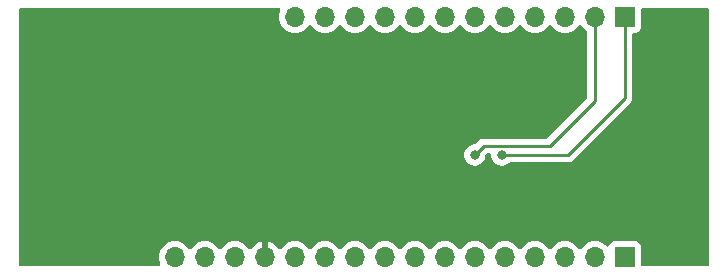
<source format=gbr>
%TF.GenerationSoftware,KiCad,Pcbnew,7.0.6-0*%
%TF.CreationDate,2023-10-22T23:09:20-07:00*%
%TF.ProjectId,esp32_daughtercard,65737033-325f-4646-9175-676874657263,1.0*%
%TF.SameCoordinates,Original*%
%TF.FileFunction,Copper,L2,Bot*%
%TF.FilePolarity,Positive*%
%FSLAX46Y46*%
G04 Gerber Fmt 4.6, Leading zero omitted, Abs format (unit mm)*
G04 Created by KiCad (PCBNEW 7.0.6-0) date 2023-10-22 23:09:20*
%MOMM*%
%LPD*%
G01*
G04 APERTURE LIST*
%TA.AperFunction,ComponentPad*%
%ADD10R,1.700000X1.700000*%
%TD*%
%TA.AperFunction,ComponentPad*%
%ADD11O,1.700000X1.700000*%
%TD*%
%TA.AperFunction,ViaPad*%
%ADD12C,0.800000*%
%TD*%
%TA.AperFunction,Conductor*%
%ADD13C,0.250000*%
%TD*%
G04 APERTURE END LIST*
D10*
%TO.P,J1,1,Pin_1*%
%TO.N,SDA*%
X172974000Y-86614000D03*
D11*
%TO.P,J1,2,Pin_2*%
%TO.N,SCL*%
X170434000Y-86614000D03*
%TO.P,J1,3,Pin_3*%
%TO.N,GPIO14*%
X167894000Y-86614000D03*
%TO.P,J1,4,Pin_4*%
%TO.N,GPIO32*%
X165354000Y-86614000D03*
%TO.P,J1,5,Pin_5*%
%TO.N,GPIO15*%
X162814000Y-86614000D03*
%TO.P,J1,6,Pin_6*%
%TO.N,GPIO33*%
X160274000Y-86614000D03*
%TO.P,J1,7,Pin_7*%
%TO.N,GPIO27*%
X157734000Y-86614000D03*
%TO.P,J1,8,Pin_8*%
%TO.N,GPIO12*%
X155194000Y-86614000D03*
%TO.P,J1,9,Pin_9*%
%TO.N,LED*%
X152654000Y-86614000D03*
%TO.P,J1,10,Pin_10*%
%TO.N,VUSB*%
X150114000Y-86614000D03*
%TO.P,J1,11,Pin_11*%
%TO.N,EN*%
X147574000Y-86614000D03*
%TO.P,J1,12,Pin_12*%
%TO.N,VBAT*%
X145034000Y-86614000D03*
%TD*%
D10*
%TO.P,J2,1,Pin_1*%
%TO.N,GPIO04*%
X172974000Y-106934000D03*
D11*
%TO.P,J2,2,Pin_2*%
%TO.N,TX*%
X170434000Y-106934000D03*
%TO.P,J2,3,Pin_3*%
%TO.N,RX*%
X167894000Y-106934000D03*
%TO.P,J2,4,Pin_4*%
%TO.N,POCI*%
X165354000Y-106934000D03*
%TO.P,J2,5,Pin_5*%
%TO.N,PICO*%
X162814000Y-106934000D03*
%TO.P,J2,6,Pin_6*%
%TO.N,SCK*%
X160274000Y-106934000D03*
%TO.P,J2,7,Pin_7*%
%TO.N,A5*%
X157734000Y-106934000D03*
%TO.P,J2,8,Pin_8*%
%TO.N,A4*%
X155194000Y-106934000D03*
%TO.P,J2,9,Pin_9*%
%TO.N,A3*%
X152654000Y-106934000D03*
%TO.P,J2,10,Pin_10*%
%TO.N,A2*%
X150114000Y-106934000D03*
%TO.P,J2,11,Pin_11*%
%TO.N,A1*%
X147574000Y-106934000D03*
%TO.P,J2,12,Pin_12*%
%TO.N,A0*%
X145034000Y-106934000D03*
%TO.P,J2,13,Pin_13*%
%TO.N,GND*%
X142494000Y-106934000D03*
%TO.P,J2,14,Pin_14*%
%TO.N,unconnected-(J2-Pin_14-Pad14)*%
X139954000Y-106934000D03*
%TO.P,J2,15,Pin_15*%
%TO.N,+3.3V*%
X137414000Y-106934000D03*
%TO.P,J2,16,Pin_16*%
%TO.N,RESET*%
X134874000Y-106934000D03*
%TD*%
D12*
%TO.N,GND*%
X163068000Y-92202000D03*
X156210000Y-92202000D03*
X156210000Y-99822000D03*
%TO.N,SCL*%
X160274000Y-98298000D03*
%TO.N,SDA*%
X162560000Y-98298000D03*
%TD*%
D13*
%TO.N,SCL*%
X170434000Y-93726000D02*
X166624000Y-97536000D01*
X166624000Y-97536000D02*
X161036000Y-97536000D01*
X161036000Y-97536000D02*
X160274000Y-98298000D01*
X170434000Y-86614000D02*
X170434000Y-93726000D01*
%TO.N,SDA*%
X162560000Y-98298000D02*
X168148000Y-98298000D01*
X172974000Y-93472000D02*
X172974000Y-86614000D01*
X168148000Y-98298000D02*
X172974000Y-93472000D01*
%TD*%
%TA.AperFunction,Conductor*%
%TO.N,GND*%
G36*
X143771612Y-85871685D02*
G01*
X143817367Y-85924489D01*
X143827311Y-85993647D01*
X143816955Y-86028405D01*
X143760098Y-86150335D01*
X143760094Y-86150344D01*
X143698938Y-86378586D01*
X143698936Y-86378596D01*
X143678341Y-86613999D01*
X143678341Y-86614000D01*
X143698936Y-86849403D01*
X143698938Y-86849413D01*
X143760094Y-87077655D01*
X143760096Y-87077659D01*
X143760097Y-87077663D01*
X143764000Y-87086032D01*
X143859965Y-87291830D01*
X143859967Y-87291834D01*
X143968281Y-87446521D01*
X143995505Y-87485401D01*
X144162599Y-87652495D01*
X144259384Y-87720265D01*
X144356165Y-87788032D01*
X144356167Y-87788033D01*
X144356170Y-87788035D01*
X144570337Y-87887903D01*
X144570343Y-87887904D01*
X144570344Y-87887905D01*
X144625285Y-87902626D01*
X144798592Y-87949063D01*
X144975034Y-87964500D01*
X145033999Y-87969659D01*
X145034000Y-87969659D01*
X145034001Y-87969659D01*
X145092966Y-87964500D01*
X145269408Y-87949063D01*
X145497663Y-87887903D01*
X145711830Y-87788035D01*
X145905401Y-87652495D01*
X146072495Y-87485401D01*
X146202424Y-87299842D01*
X146257002Y-87256217D01*
X146326500Y-87249023D01*
X146388855Y-87280546D01*
X146405575Y-87299842D01*
X146535500Y-87485395D01*
X146535505Y-87485401D01*
X146702599Y-87652495D01*
X146799384Y-87720265D01*
X146896165Y-87788032D01*
X146896167Y-87788033D01*
X146896170Y-87788035D01*
X147110337Y-87887903D01*
X147110343Y-87887904D01*
X147110344Y-87887905D01*
X147165285Y-87902626D01*
X147338592Y-87949063D01*
X147515034Y-87964500D01*
X147573999Y-87969659D01*
X147574000Y-87969659D01*
X147574001Y-87969659D01*
X147632966Y-87964500D01*
X147809408Y-87949063D01*
X148037663Y-87887903D01*
X148251830Y-87788035D01*
X148445401Y-87652495D01*
X148612495Y-87485401D01*
X148742424Y-87299842D01*
X148797002Y-87256217D01*
X148866500Y-87249023D01*
X148928855Y-87280546D01*
X148945575Y-87299842D01*
X149075500Y-87485395D01*
X149075505Y-87485401D01*
X149242599Y-87652495D01*
X149339384Y-87720265D01*
X149436165Y-87788032D01*
X149436167Y-87788033D01*
X149436170Y-87788035D01*
X149650337Y-87887903D01*
X149650343Y-87887904D01*
X149650344Y-87887905D01*
X149705285Y-87902626D01*
X149878592Y-87949063D01*
X150055034Y-87964500D01*
X150113999Y-87969659D01*
X150114000Y-87969659D01*
X150114001Y-87969659D01*
X150172966Y-87964500D01*
X150349408Y-87949063D01*
X150577663Y-87887903D01*
X150791830Y-87788035D01*
X150985401Y-87652495D01*
X151152495Y-87485401D01*
X151282424Y-87299842D01*
X151337002Y-87256217D01*
X151406500Y-87249023D01*
X151468855Y-87280546D01*
X151485575Y-87299842D01*
X151615500Y-87485395D01*
X151615505Y-87485401D01*
X151782599Y-87652495D01*
X151879384Y-87720265D01*
X151976165Y-87788032D01*
X151976167Y-87788033D01*
X151976170Y-87788035D01*
X152190337Y-87887903D01*
X152190343Y-87887904D01*
X152190344Y-87887905D01*
X152245285Y-87902626D01*
X152418592Y-87949063D01*
X152595034Y-87964500D01*
X152653999Y-87969659D01*
X152654000Y-87969659D01*
X152654001Y-87969659D01*
X152712966Y-87964500D01*
X152889408Y-87949063D01*
X153117663Y-87887903D01*
X153331830Y-87788035D01*
X153525401Y-87652495D01*
X153692495Y-87485401D01*
X153822424Y-87299842D01*
X153877002Y-87256217D01*
X153946500Y-87249023D01*
X154008855Y-87280546D01*
X154025575Y-87299842D01*
X154155500Y-87485395D01*
X154155505Y-87485401D01*
X154322599Y-87652495D01*
X154419384Y-87720265D01*
X154516165Y-87788032D01*
X154516167Y-87788033D01*
X154516170Y-87788035D01*
X154730337Y-87887903D01*
X154730343Y-87887904D01*
X154730344Y-87887905D01*
X154785285Y-87902626D01*
X154958592Y-87949063D01*
X155135034Y-87964500D01*
X155193999Y-87969659D01*
X155194000Y-87969659D01*
X155194001Y-87969659D01*
X155252966Y-87964500D01*
X155429408Y-87949063D01*
X155657663Y-87887903D01*
X155871830Y-87788035D01*
X156065401Y-87652495D01*
X156232495Y-87485401D01*
X156362424Y-87299842D01*
X156417002Y-87256217D01*
X156486500Y-87249023D01*
X156548855Y-87280546D01*
X156565575Y-87299842D01*
X156695500Y-87485395D01*
X156695505Y-87485401D01*
X156862599Y-87652495D01*
X156959384Y-87720264D01*
X157056165Y-87788032D01*
X157056167Y-87788033D01*
X157056170Y-87788035D01*
X157270337Y-87887903D01*
X157270343Y-87887904D01*
X157270344Y-87887905D01*
X157325285Y-87902626D01*
X157498592Y-87949063D01*
X157675034Y-87964500D01*
X157733999Y-87969659D01*
X157734000Y-87969659D01*
X157734001Y-87969659D01*
X157792966Y-87964500D01*
X157969408Y-87949063D01*
X158197663Y-87887903D01*
X158411830Y-87788035D01*
X158605401Y-87652495D01*
X158772495Y-87485401D01*
X158902424Y-87299842D01*
X158957002Y-87256217D01*
X159026500Y-87249023D01*
X159088855Y-87280546D01*
X159105575Y-87299842D01*
X159235500Y-87485395D01*
X159235505Y-87485401D01*
X159402599Y-87652495D01*
X159499384Y-87720264D01*
X159596165Y-87788032D01*
X159596167Y-87788033D01*
X159596170Y-87788035D01*
X159810337Y-87887903D01*
X159810343Y-87887904D01*
X159810344Y-87887905D01*
X159865285Y-87902626D01*
X160038592Y-87949063D01*
X160215034Y-87964500D01*
X160273999Y-87969659D01*
X160274000Y-87969659D01*
X160274001Y-87969659D01*
X160332966Y-87964500D01*
X160509408Y-87949063D01*
X160737663Y-87887903D01*
X160951830Y-87788035D01*
X161145401Y-87652495D01*
X161312495Y-87485401D01*
X161442424Y-87299842D01*
X161497002Y-87256217D01*
X161566500Y-87249023D01*
X161628855Y-87280546D01*
X161645575Y-87299842D01*
X161775500Y-87485395D01*
X161775505Y-87485401D01*
X161942599Y-87652495D01*
X162039384Y-87720264D01*
X162136165Y-87788032D01*
X162136167Y-87788033D01*
X162136170Y-87788035D01*
X162350337Y-87887903D01*
X162350343Y-87887904D01*
X162350344Y-87887905D01*
X162405285Y-87902626D01*
X162578592Y-87949063D01*
X162755034Y-87964500D01*
X162813999Y-87969659D01*
X162814000Y-87969659D01*
X162814001Y-87969659D01*
X162872966Y-87964500D01*
X163049408Y-87949063D01*
X163277663Y-87887903D01*
X163491830Y-87788035D01*
X163685401Y-87652495D01*
X163852495Y-87485401D01*
X163982424Y-87299842D01*
X164037002Y-87256217D01*
X164106500Y-87249023D01*
X164168855Y-87280546D01*
X164185575Y-87299842D01*
X164315500Y-87485395D01*
X164315505Y-87485401D01*
X164482599Y-87652495D01*
X164579384Y-87720264D01*
X164676165Y-87788032D01*
X164676167Y-87788033D01*
X164676170Y-87788035D01*
X164890337Y-87887903D01*
X164890343Y-87887904D01*
X164890344Y-87887905D01*
X164945285Y-87902626D01*
X165118592Y-87949063D01*
X165295034Y-87964500D01*
X165353999Y-87969659D01*
X165354000Y-87969659D01*
X165354001Y-87969659D01*
X165412966Y-87964500D01*
X165589408Y-87949063D01*
X165817663Y-87887903D01*
X166031830Y-87788035D01*
X166225401Y-87652495D01*
X166392495Y-87485401D01*
X166522424Y-87299842D01*
X166577002Y-87256217D01*
X166646500Y-87249023D01*
X166708855Y-87280546D01*
X166725575Y-87299842D01*
X166855500Y-87485395D01*
X166855505Y-87485401D01*
X167022599Y-87652495D01*
X167119384Y-87720264D01*
X167216165Y-87788032D01*
X167216167Y-87788033D01*
X167216170Y-87788035D01*
X167430337Y-87887903D01*
X167430343Y-87887904D01*
X167430344Y-87887905D01*
X167485285Y-87902626D01*
X167658592Y-87949063D01*
X167835034Y-87964500D01*
X167893999Y-87969659D01*
X167894000Y-87969659D01*
X167894001Y-87969659D01*
X167952966Y-87964500D01*
X168129408Y-87949063D01*
X168357663Y-87887903D01*
X168571830Y-87788035D01*
X168765401Y-87652495D01*
X168932495Y-87485401D01*
X169062424Y-87299842D01*
X169117002Y-87256217D01*
X169186500Y-87249023D01*
X169248855Y-87280546D01*
X169265575Y-87299842D01*
X169395500Y-87485395D01*
X169395505Y-87485401D01*
X169562599Y-87652495D01*
X169755624Y-87787653D01*
X169799248Y-87842228D01*
X169808500Y-87889226D01*
X169808500Y-93415546D01*
X169788815Y-93482585D01*
X169772181Y-93503227D01*
X166401228Y-96874181D01*
X166339905Y-96907666D01*
X166313547Y-96910500D01*
X161118743Y-96910500D01*
X161103122Y-96908775D01*
X161103095Y-96909061D01*
X161095333Y-96908326D01*
X161026172Y-96910500D01*
X160996649Y-96910500D01*
X160989778Y-96911367D01*
X160983959Y-96911825D01*
X160937374Y-96913289D01*
X160937368Y-96913290D01*
X160918126Y-96918880D01*
X160899087Y-96922823D01*
X160879217Y-96925334D01*
X160879203Y-96925337D01*
X160835883Y-96942488D01*
X160830358Y-96944380D01*
X160785613Y-96957380D01*
X160785610Y-96957381D01*
X160768366Y-96967579D01*
X160750905Y-96976133D01*
X160732274Y-96983510D01*
X160732262Y-96983517D01*
X160694570Y-97010902D01*
X160689687Y-97014109D01*
X160649580Y-97037829D01*
X160635414Y-97051995D01*
X160620624Y-97064627D01*
X160604414Y-97076404D01*
X160604411Y-97076407D01*
X160574710Y-97112309D01*
X160570777Y-97116631D01*
X160326227Y-97361182D01*
X160264907Y-97394666D01*
X160238548Y-97397500D01*
X160179354Y-97397500D01*
X160146897Y-97404398D01*
X159994197Y-97436855D01*
X159994192Y-97436857D01*
X159821270Y-97513848D01*
X159821265Y-97513851D01*
X159668129Y-97625111D01*
X159541466Y-97765785D01*
X159446821Y-97929715D01*
X159446818Y-97929722D01*
X159388327Y-98109740D01*
X159388326Y-98109744D01*
X159368540Y-98298000D01*
X159388326Y-98486256D01*
X159388327Y-98486259D01*
X159446818Y-98666277D01*
X159446821Y-98666284D01*
X159541467Y-98830216D01*
X159662401Y-98964526D01*
X159668129Y-98970888D01*
X159821265Y-99082148D01*
X159821270Y-99082151D01*
X159994192Y-99159142D01*
X159994197Y-99159144D01*
X160179354Y-99198500D01*
X160179355Y-99198500D01*
X160368644Y-99198500D01*
X160368646Y-99198500D01*
X160553803Y-99159144D01*
X160726730Y-99082151D01*
X160879871Y-98970888D01*
X161006533Y-98830216D01*
X161101179Y-98666284D01*
X161159674Y-98486256D01*
X161177321Y-98318344D01*
X161203904Y-98253734D01*
X161212962Y-98243627D01*
X161258774Y-98197817D01*
X161320098Y-98164333D01*
X161346453Y-98161500D01*
X161531171Y-98161500D01*
X161598210Y-98181185D01*
X161643965Y-98233989D01*
X161653354Y-98291502D01*
X161654540Y-98291502D01*
X161654540Y-98297997D01*
X161654540Y-98298000D01*
X161674326Y-98486256D01*
X161674327Y-98486259D01*
X161732818Y-98666277D01*
X161732821Y-98666284D01*
X161827467Y-98830216D01*
X161948401Y-98964526D01*
X161954129Y-98970888D01*
X162107265Y-99082148D01*
X162107270Y-99082151D01*
X162280192Y-99159142D01*
X162280197Y-99159144D01*
X162465354Y-99198500D01*
X162465355Y-99198500D01*
X162654644Y-99198500D01*
X162654646Y-99198500D01*
X162839803Y-99159144D01*
X163012730Y-99082151D01*
X163165871Y-98970888D01*
X163168788Y-98967647D01*
X163171600Y-98964526D01*
X163231087Y-98927879D01*
X163263748Y-98923500D01*
X168065257Y-98923500D01*
X168080877Y-98925224D01*
X168080904Y-98924939D01*
X168088660Y-98925671D01*
X168088667Y-98925673D01*
X168157814Y-98923500D01*
X168187350Y-98923500D01*
X168194228Y-98922630D01*
X168200041Y-98922172D01*
X168246627Y-98920709D01*
X168265869Y-98915117D01*
X168284912Y-98911174D01*
X168304792Y-98908664D01*
X168348122Y-98891507D01*
X168353646Y-98889617D01*
X168357396Y-98888527D01*
X168398390Y-98876618D01*
X168415629Y-98866422D01*
X168433103Y-98857862D01*
X168451727Y-98850488D01*
X168451727Y-98850487D01*
X168451732Y-98850486D01*
X168489449Y-98823082D01*
X168494305Y-98819892D01*
X168534420Y-98796170D01*
X168548589Y-98781999D01*
X168563379Y-98769368D01*
X168579587Y-98757594D01*
X168609299Y-98721676D01*
X168613212Y-98717376D01*
X173357786Y-93972802D01*
X173370048Y-93962980D01*
X173369865Y-93962759D01*
X173375867Y-93957792D01*
X173375877Y-93957786D01*
X173423241Y-93907348D01*
X173444120Y-93886470D01*
X173448373Y-93880986D01*
X173452150Y-93876563D01*
X173484062Y-93842582D01*
X173493714Y-93825023D01*
X173504389Y-93808772D01*
X173516674Y-93792936D01*
X173535186Y-93750152D01*
X173537742Y-93744935D01*
X173560197Y-93704092D01*
X173565180Y-93684680D01*
X173571477Y-93666291D01*
X173579438Y-93647895D01*
X173586729Y-93601853D01*
X173587908Y-93596162D01*
X173599500Y-93551019D01*
X173599500Y-93530974D01*
X173601025Y-93511591D01*
X173604160Y-93491804D01*
X173599775Y-93445415D01*
X173599500Y-93439577D01*
X173599500Y-88088499D01*
X173619185Y-88021460D01*
X173671989Y-87975705D01*
X173723500Y-87964499D01*
X173871871Y-87964499D01*
X173871872Y-87964499D01*
X173931483Y-87958091D01*
X174066331Y-87907796D01*
X174181546Y-87821546D01*
X174267796Y-87706331D01*
X174318091Y-87571483D01*
X174324500Y-87511873D01*
X174324499Y-85975999D01*
X174344184Y-85908961D01*
X174396987Y-85863206D01*
X174448499Y-85852000D01*
X179962000Y-85852000D01*
X180029039Y-85871685D01*
X180074794Y-85924489D01*
X180086000Y-85976000D01*
X180086000Y-107572000D01*
X180066315Y-107639039D01*
X180013511Y-107684794D01*
X179962000Y-107696000D01*
X174448500Y-107696000D01*
X174381461Y-107676315D01*
X174335706Y-107623511D01*
X174324500Y-107572000D01*
X174324499Y-106036129D01*
X174324498Y-106036123D01*
X174318091Y-105976516D01*
X174267797Y-105841671D01*
X174267793Y-105841664D01*
X174181547Y-105726455D01*
X174181544Y-105726452D01*
X174066335Y-105640206D01*
X174066328Y-105640202D01*
X173931482Y-105589908D01*
X173931483Y-105589908D01*
X173871883Y-105583501D01*
X173871881Y-105583500D01*
X173871873Y-105583500D01*
X173871864Y-105583500D01*
X172076129Y-105583500D01*
X172076123Y-105583501D01*
X172016516Y-105589908D01*
X171881671Y-105640202D01*
X171881664Y-105640206D01*
X171766455Y-105726452D01*
X171766452Y-105726455D01*
X171680206Y-105841664D01*
X171680203Y-105841669D01*
X171631189Y-105973083D01*
X171589317Y-106029016D01*
X171523853Y-106053433D01*
X171455580Y-106038581D01*
X171427326Y-106017430D01*
X171305402Y-105895506D01*
X171305395Y-105895501D01*
X171111834Y-105759967D01*
X171111830Y-105759965D01*
X171111829Y-105759964D01*
X170897663Y-105660097D01*
X170897659Y-105660096D01*
X170897655Y-105660094D01*
X170669413Y-105598938D01*
X170669403Y-105598936D01*
X170434001Y-105578341D01*
X170433999Y-105578341D01*
X170198596Y-105598936D01*
X170198586Y-105598938D01*
X169970344Y-105660094D01*
X169970335Y-105660098D01*
X169756171Y-105759964D01*
X169756169Y-105759965D01*
X169562597Y-105895505D01*
X169395505Y-106062597D01*
X169265575Y-106248158D01*
X169210998Y-106291783D01*
X169141500Y-106298977D01*
X169079145Y-106267454D01*
X169062425Y-106248158D01*
X168932494Y-106062597D01*
X168765402Y-105895506D01*
X168765395Y-105895501D01*
X168571834Y-105759967D01*
X168571830Y-105759965D01*
X168571828Y-105759964D01*
X168357663Y-105660097D01*
X168357659Y-105660096D01*
X168357655Y-105660094D01*
X168129413Y-105598938D01*
X168129403Y-105598936D01*
X167894001Y-105578341D01*
X167893999Y-105578341D01*
X167658596Y-105598936D01*
X167658586Y-105598938D01*
X167430344Y-105660094D01*
X167430335Y-105660098D01*
X167216171Y-105759964D01*
X167216169Y-105759965D01*
X167022597Y-105895505D01*
X166855508Y-106062594D01*
X166725574Y-106248159D01*
X166670997Y-106291784D01*
X166601498Y-106298976D01*
X166539144Y-106267454D01*
X166522424Y-106248158D01*
X166392494Y-106062597D01*
X166225402Y-105895506D01*
X166225395Y-105895501D01*
X166031834Y-105759967D01*
X166031830Y-105759965D01*
X166031828Y-105759964D01*
X165817663Y-105660097D01*
X165817659Y-105660096D01*
X165817655Y-105660094D01*
X165589413Y-105598938D01*
X165589403Y-105598936D01*
X165354001Y-105578341D01*
X165353999Y-105578341D01*
X165118596Y-105598936D01*
X165118586Y-105598938D01*
X164890344Y-105660094D01*
X164890335Y-105660098D01*
X164676171Y-105759964D01*
X164676169Y-105759965D01*
X164482597Y-105895505D01*
X164315505Y-106062597D01*
X164185575Y-106248158D01*
X164130998Y-106291783D01*
X164061500Y-106298977D01*
X163999145Y-106267454D01*
X163982425Y-106248158D01*
X163852494Y-106062597D01*
X163685402Y-105895506D01*
X163685395Y-105895501D01*
X163491834Y-105759967D01*
X163491830Y-105759965D01*
X163491828Y-105759964D01*
X163277663Y-105660097D01*
X163277659Y-105660096D01*
X163277655Y-105660094D01*
X163049413Y-105598938D01*
X163049403Y-105598936D01*
X162814001Y-105578341D01*
X162813999Y-105578341D01*
X162578596Y-105598936D01*
X162578586Y-105598938D01*
X162350344Y-105660094D01*
X162350335Y-105660098D01*
X162136171Y-105759964D01*
X162136169Y-105759965D01*
X161942597Y-105895505D01*
X161775505Y-106062597D01*
X161645575Y-106248158D01*
X161590998Y-106291783D01*
X161521500Y-106298977D01*
X161459145Y-106267454D01*
X161442425Y-106248158D01*
X161312494Y-106062597D01*
X161145402Y-105895506D01*
X161145395Y-105895501D01*
X160951834Y-105759967D01*
X160951830Y-105759965D01*
X160951828Y-105759964D01*
X160737663Y-105660097D01*
X160737659Y-105660096D01*
X160737655Y-105660094D01*
X160509413Y-105598938D01*
X160509403Y-105598936D01*
X160274001Y-105578341D01*
X160273999Y-105578341D01*
X160038596Y-105598936D01*
X160038586Y-105598938D01*
X159810344Y-105660094D01*
X159810335Y-105660098D01*
X159596171Y-105759964D01*
X159596169Y-105759965D01*
X159402597Y-105895505D01*
X159235505Y-106062597D01*
X159105575Y-106248158D01*
X159050998Y-106291783D01*
X158981500Y-106298977D01*
X158919145Y-106267454D01*
X158902425Y-106248158D01*
X158772494Y-106062597D01*
X158605402Y-105895506D01*
X158605395Y-105895501D01*
X158411834Y-105759967D01*
X158411830Y-105759965D01*
X158411828Y-105759964D01*
X158197663Y-105660097D01*
X158197659Y-105660096D01*
X158197655Y-105660094D01*
X157969413Y-105598938D01*
X157969403Y-105598936D01*
X157734001Y-105578341D01*
X157733999Y-105578341D01*
X157498596Y-105598936D01*
X157498586Y-105598938D01*
X157270344Y-105660094D01*
X157270335Y-105660098D01*
X157056171Y-105759964D01*
X157056169Y-105759965D01*
X156862597Y-105895505D01*
X156695505Y-106062597D01*
X156565575Y-106248158D01*
X156510998Y-106291783D01*
X156441500Y-106298977D01*
X156379145Y-106267454D01*
X156362425Y-106248158D01*
X156232494Y-106062597D01*
X156065402Y-105895506D01*
X156065395Y-105895501D01*
X155871834Y-105759967D01*
X155871830Y-105759965D01*
X155871828Y-105759964D01*
X155657663Y-105660097D01*
X155657659Y-105660096D01*
X155657655Y-105660094D01*
X155429413Y-105598938D01*
X155429403Y-105598936D01*
X155194001Y-105578341D01*
X155193999Y-105578341D01*
X154958596Y-105598936D01*
X154958586Y-105598938D01*
X154730344Y-105660094D01*
X154730335Y-105660098D01*
X154516171Y-105759964D01*
X154516169Y-105759965D01*
X154322597Y-105895505D01*
X154155505Y-106062597D01*
X154025575Y-106248158D01*
X153970998Y-106291783D01*
X153901500Y-106298977D01*
X153839145Y-106267454D01*
X153822425Y-106248158D01*
X153692494Y-106062597D01*
X153525402Y-105895506D01*
X153525395Y-105895501D01*
X153331834Y-105759967D01*
X153331830Y-105759965D01*
X153331828Y-105759964D01*
X153117663Y-105660097D01*
X153117659Y-105660096D01*
X153117655Y-105660094D01*
X152889413Y-105598938D01*
X152889403Y-105598936D01*
X152654001Y-105578341D01*
X152653999Y-105578341D01*
X152418596Y-105598936D01*
X152418586Y-105598938D01*
X152190344Y-105660094D01*
X152190335Y-105660098D01*
X151976171Y-105759964D01*
X151976169Y-105759965D01*
X151782597Y-105895505D01*
X151615505Y-106062597D01*
X151485575Y-106248158D01*
X151430998Y-106291783D01*
X151361500Y-106298977D01*
X151299145Y-106267454D01*
X151282425Y-106248158D01*
X151152494Y-106062597D01*
X150985402Y-105895506D01*
X150985395Y-105895501D01*
X150791834Y-105759967D01*
X150791830Y-105759965D01*
X150791828Y-105759964D01*
X150577663Y-105660097D01*
X150577659Y-105660096D01*
X150577655Y-105660094D01*
X150349413Y-105598938D01*
X150349403Y-105598936D01*
X150114001Y-105578341D01*
X150113999Y-105578341D01*
X149878596Y-105598936D01*
X149878586Y-105598938D01*
X149650344Y-105660094D01*
X149650335Y-105660098D01*
X149436171Y-105759964D01*
X149436169Y-105759965D01*
X149242597Y-105895505D01*
X149075505Y-106062597D01*
X148945575Y-106248158D01*
X148890998Y-106291783D01*
X148821500Y-106298977D01*
X148759145Y-106267454D01*
X148742425Y-106248158D01*
X148612494Y-106062597D01*
X148445402Y-105895506D01*
X148445395Y-105895501D01*
X148251834Y-105759967D01*
X148251830Y-105759965D01*
X148251828Y-105759964D01*
X148037663Y-105660097D01*
X148037659Y-105660096D01*
X148037655Y-105660094D01*
X147809413Y-105598938D01*
X147809403Y-105598936D01*
X147574001Y-105578341D01*
X147573999Y-105578341D01*
X147338596Y-105598936D01*
X147338586Y-105598938D01*
X147110344Y-105660094D01*
X147110335Y-105660098D01*
X146896171Y-105759964D01*
X146896169Y-105759965D01*
X146702597Y-105895505D01*
X146535505Y-106062597D01*
X146405575Y-106248158D01*
X146350998Y-106291783D01*
X146281500Y-106298977D01*
X146219145Y-106267454D01*
X146202425Y-106248158D01*
X146072494Y-106062597D01*
X145905402Y-105895506D01*
X145905395Y-105895501D01*
X145711834Y-105759967D01*
X145711830Y-105759965D01*
X145711828Y-105759964D01*
X145497663Y-105660097D01*
X145497659Y-105660096D01*
X145497655Y-105660094D01*
X145269413Y-105598938D01*
X145269403Y-105598936D01*
X145034001Y-105578341D01*
X145033999Y-105578341D01*
X144798596Y-105598936D01*
X144798586Y-105598938D01*
X144570344Y-105660094D01*
X144570335Y-105660098D01*
X144356171Y-105759964D01*
X144356169Y-105759965D01*
X144162597Y-105895505D01*
X143995508Y-106062594D01*
X143865269Y-106248595D01*
X143810692Y-106292219D01*
X143741193Y-106299412D01*
X143678839Y-106267890D01*
X143662119Y-106248594D01*
X143532113Y-106062926D01*
X143532108Y-106062920D01*
X143365082Y-105895894D01*
X143171578Y-105760399D01*
X142957492Y-105660570D01*
X142957486Y-105660567D01*
X142744000Y-105603364D01*
X142744000Y-106498498D01*
X142636315Y-106449320D01*
X142529763Y-106434000D01*
X142458237Y-106434000D01*
X142351685Y-106449320D01*
X142244000Y-106498498D01*
X142244000Y-105603364D01*
X142243999Y-105603364D01*
X142030513Y-105660567D01*
X142030507Y-105660570D01*
X141816422Y-105760399D01*
X141816420Y-105760400D01*
X141622926Y-105895886D01*
X141622920Y-105895891D01*
X141455891Y-106062920D01*
X141455890Y-106062922D01*
X141325880Y-106248595D01*
X141271303Y-106292219D01*
X141201804Y-106299412D01*
X141139450Y-106267890D01*
X141122730Y-106248594D01*
X140992494Y-106062597D01*
X140825402Y-105895506D01*
X140825395Y-105895501D01*
X140631834Y-105759967D01*
X140631830Y-105759965D01*
X140631828Y-105759964D01*
X140417663Y-105660097D01*
X140417659Y-105660096D01*
X140417655Y-105660094D01*
X140189413Y-105598938D01*
X140189403Y-105598936D01*
X139954001Y-105578341D01*
X139953999Y-105578341D01*
X139718596Y-105598936D01*
X139718586Y-105598938D01*
X139490344Y-105660094D01*
X139490335Y-105660098D01*
X139276171Y-105759964D01*
X139276169Y-105759965D01*
X139082597Y-105895505D01*
X138915505Y-106062597D01*
X138785575Y-106248158D01*
X138730998Y-106291783D01*
X138661500Y-106298977D01*
X138599145Y-106267454D01*
X138582425Y-106248158D01*
X138452494Y-106062597D01*
X138285402Y-105895506D01*
X138285395Y-105895501D01*
X138091834Y-105759967D01*
X138091830Y-105759965D01*
X138091828Y-105759964D01*
X137877663Y-105660097D01*
X137877659Y-105660096D01*
X137877655Y-105660094D01*
X137649413Y-105598938D01*
X137649403Y-105598936D01*
X137414001Y-105578341D01*
X137413999Y-105578341D01*
X137178596Y-105598936D01*
X137178586Y-105598938D01*
X136950344Y-105660094D01*
X136950335Y-105660098D01*
X136736171Y-105759964D01*
X136736169Y-105759965D01*
X136542597Y-105895505D01*
X136375505Y-106062597D01*
X136245575Y-106248158D01*
X136190998Y-106291783D01*
X136121500Y-106298977D01*
X136059145Y-106267454D01*
X136042425Y-106248158D01*
X135912494Y-106062597D01*
X135745402Y-105895506D01*
X135745395Y-105895501D01*
X135551834Y-105759967D01*
X135551830Y-105759965D01*
X135551828Y-105759964D01*
X135337663Y-105660097D01*
X135337659Y-105660096D01*
X135337655Y-105660094D01*
X135109413Y-105598938D01*
X135109403Y-105598936D01*
X134874001Y-105578341D01*
X134873999Y-105578341D01*
X134638596Y-105598936D01*
X134638586Y-105598938D01*
X134410344Y-105660094D01*
X134410335Y-105660098D01*
X134196171Y-105759964D01*
X134196169Y-105759965D01*
X134002597Y-105895505D01*
X133835505Y-106062597D01*
X133699965Y-106256169D01*
X133699964Y-106256171D01*
X133600098Y-106470335D01*
X133600094Y-106470344D01*
X133538938Y-106698586D01*
X133538936Y-106698596D01*
X133518341Y-106933999D01*
X133518341Y-106934000D01*
X133538936Y-107169403D01*
X133538938Y-107169413D01*
X133600094Y-107397655D01*
X133600096Y-107397659D01*
X133600097Y-107397663D01*
X133656955Y-107519595D01*
X133667447Y-107588673D01*
X133638927Y-107652457D01*
X133580451Y-107690696D01*
X133544573Y-107696000D01*
X121790000Y-107696000D01*
X121722961Y-107676315D01*
X121677206Y-107623511D01*
X121666000Y-107572000D01*
X121666000Y-85976000D01*
X121685685Y-85908961D01*
X121738489Y-85863206D01*
X121790000Y-85852000D01*
X143704573Y-85852000D01*
X143771612Y-85871685D01*
G37*
%TD.AperFunction*%
%TD*%
M02*

</source>
